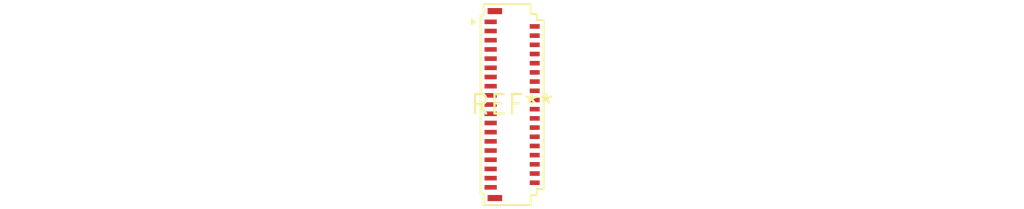
<source format=kicad_pcb>
(kicad_pcb (version 20240108) (generator pcbnew)
  (layers (0 "F.Cu" signal) (31 "B.Cu" signal) (34 "B.Paste" user) (35 "F.Paste" user) (36 "B.SilkS" user "B.Silkscreen") (37 "F.SilkS" user "F.Silkscreen") (38 "B.Mask" user) (39 "F.Mask" user) (44 "Edge.Cuts" user))
  (net 0 "")
  (footprint "Hirose_FH26-37S-0.3SHW_2Rows-37Pins-1MP_P0.60mm_Horizontal" (layer "F.Cu") (at 0 0)
    (property "Reference" "REF**")
    (property "Value" "Hirose_FH26-37S-0.3SHW_2Rows-37Pins-1MP_P0.60mm_Horizontal")
    (fp_line (start -2.622132 -5.55) (end -2.41 -5.4) (layer "F.SilkS") (stroke (width 0.12)))
    (fp_line (start -2.622132 -5.25) (end -2.622132 -5.55) (layer "F.SilkS") (stroke (width 0.12)))
    (fp_line (start -2.41 -5.4) (end -2.622132 -5.25) (layer "F.SilkS") (stroke (width 0.12)))
    (fp_line (start -2.06 -5.81) (end -2.06 0) (layer "F.SilkS") (stroke (width 0.12)))
    (fp_line (start -2.06 5.81) (end -2.06 0) (layer "F.SilkS") (stroke (width 0.12)))
    (fp_line (start -1.86 -6.56) (end -1.86 -5.81) (layer "F.SilkS") (stroke (width 0.12)))
    (fp_line (start -1.86 -5.81) (end -2.06 -5.81) (layer "F.SilkS") (stroke (width 0.12)))
    (fp_line (start -1.86 5.81) (end -2.06 5.81) (layer "F.SilkS") (stroke (width 0.12)))
    (fp_line (start -1.86 6.56) (end -1.86 5.81) (layer "F.SilkS") (stroke (width 0.12)))
    (fp_line (start 1.21 -6.56) (end -1.86 -6.56) (layer "F.SilkS") (stroke (width 0.12)))
    (fp_line (start 1.21 -5.91) (end 1.21 -6.56) (layer "F.SilkS") (stroke (width 0.12)))
    (fp_line (start 1.21 5.91) (end 1.21 6.56) (layer "F.SilkS") (stroke (width 0.12)))
    (fp_line (start 1.21 6.56) (end -1.86 6.56) (layer "F.SilkS") (stroke (width 0.12)))
    (fp_line (start 1.61 -5.91) (end 1.21 -5.91) (layer "F.SilkS") (stroke (width 0.12)))
    (fp_line (start 1.61 -5.51) (end 1.61 -5.91) (layer "F.SilkS") (stroke (width 0.12)))
    (fp_line (start 1.61 5.51) (end 1.61 5.91) (layer "F.SilkS") (stroke (width 0.12)))
    (fp_line (start 1.61 5.91) (end 1.21 5.91) (layer "F.SilkS") (stroke (width 0.12)))
    (fp_line (start 2.06 -5.51) (end 1.61 -5.51) (layer "F.SilkS") (stroke (width 0.12)))
    (fp_line (start 2.06 0) (end 2.06 -5.51) (layer "F.SilkS") (stroke (width 0.12)))
    (fp_line (start 2.06 0) (end 2.06 5.51) (layer "F.SilkS") (stroke (width 0.12)))
    (fp_line (start 2.06 5.51) (end 1.61 5.51) (layer "F.SilkS") (stroke (width 0.12)))
    (pad "1" smd rect (at -1.4 -5.4) (size 0.8 0.3) (layers "F.Cu" "F.Paste" "F.Mask"))
    (pad "2" smd rect (at 1.475 -5.1) (size 0.65 0.3) (layers "F.Cu" "F.Paste" "F.Mask"))
    (pad "3" smd rect (at -1.4 -4.8) (size 0.8 0.3) (layers "F.Cu" "F.Paste" "F.Mask"))
    (pad "4" smd rect (at 1.475 -4.5) (size 0.65 0.3) (layers "F.Cu" "F.Paste" "F.Mask"))
    (pad "5" smd rect (at -1.4 -4.2) (size 0.8 0.3) (layers "F.Cu" "F.Paste" "F.Mask"))
    (pad "6" smd rect (at 1.475 -3.9) (size 0.65 0.3) (layers "F.Cu" "F.Paste" "F.Mask"))
    (pad "7" smd rect (at -1.4 -3.6) (size 0.8 0.3) (layers "F.Cu" "F.Paste" "F.Mask"))
    (pad "8" smd rect (at 1.475 -3.3) (size 0.65 0.3) (layers "F.Cu" "F.Paste" "F.Mask"))
    (pad "9" smd rect (at -1.4 -3) (size 0.8 0.3) (layers "F.Cu" "F.Paste" "F.Mask"))
    (pad "10" smd rect (at 1.475 -2.7) (size 0.65 0.3) (layers "F.Cu" "F.Paste" "F.Mask"))
    (pad "11" smd rect (at -1.4 -2.4) (size 0.8 0.3) (layers "F.Cu" "F.Paste" "F.Mask"))
    (pad "12" smd rect (at 1.475 -2.1) (size 0.65 0.3) (layers "F.Cu" "F.Paste" "F.Mask"))
    (pad "13" smd rect (at -1.4 -1.8) (size 0.8 0.3) (layers "F.Cu" "F.Paste" "F.Mask"))
    (pad "14" smd rect (at 1.475 -1.5) (size 0.65 0.3) (layers "F.Cu" "F.Paste" "F.Mask"))
    (pad "15" smd rect (at -1.4 -1.2) (size 0.8 0.3) (layers "F.Cu" "F.Paste" "F.Mask"))
    (pad "16" smd rect (at 1.475 -0.9) (size 0.65 0.3) (layers "F.Cu" "F.Paste" "F.Mask"))
    (pad "17" smd rect (at -1.4 -0.6) (size 0.8 0.3) (layers "F.Cu" "F.Paste" "F.Mask"))
    (pad "18" smd rect (at 1.475 -0.3) (size 0.65 0.3) (layers "F.Cu" "F.Paste" "F.Mask"))
    (pad "19" smd rect (at -1.4 0) (size 0.8 0.3) (layers "F.Cu" "F.Paste" "F.Mask"))
    (pad "20" smd rect (at 1.475 0.3) (size 0.65 0.3) (layers "F.Cu" "F.Paste" "F.Mask"))
    (pad "21" smd rect (at -1.4 0.6) (size 0.8 0.3) (layers "F.Cu" "F.Paste" "F.Mask"))
    (pad "22" smd rect (at 1.475 0.9) (size 0.65 0.3) (layers "F.Cu" "F.Paste" "F.Mask"))
    (pad "23" smd rect (at -1.4 1.2) (size 0.8 0.3) (layers "F.Cu" "F.Paste" "F.Mask"))
    (pad "24" smd rect (at 1.475 1.5) (size 0.65 0.3) (layers "F.Cu" "F.Paste" "F.Mask"))
    (pad "25" smd rect (at -1.4 1.8) (size 0.8 0.3) (layers "F.Cu" "F.Paste" "F.Mask"))
    (pad "26" smd rect (at 1.475 2.1) (size 0.65 0.3) (layers "F.Cu" "F.Paste" "F.Mask"))
    (pad "27" smd rect (at -1.4 2.4) (size 0.8 0.3) (layers "F.Cu" "F.Paste" "F.Mask"))
    (pad "28" smd rect (at 1.475 2.7) (size 0.65 0.3) (layers "F.Cu" "F.Paste" "F.Mask"))
    (pad "29" smd rect (at -1.4 3) (size 0.8 0.3) (layers "F.Cu" "F.Paste" "F.Mask"))
    (pad "30" smd rect (at 1.475 3.3) (size 0.65 0.3) (layers "F.Cu" "F.Paste" "F.Mask"))
    (pad "31" smd rect (at -1.4 3.6) (size 0.8 0.3) (layers "F.Cu" "F.Paste" "F.Mask"))
    (pad "32" smd rect (at 1.475 3.9) (size 0.65 0.3) (layers "F.Cu" "F.Paste" "F.Mask"))
    (pad "33" smd rect (at -1.4 4.2) (size 0.8 0.3) (layers "F.Cu" "F.Paste" "F.Mask"))
    (pad "34" smd rect (at 1.475 4.5) (size 0.65 0.3) (layers "F.Cu" "F.Paste" "F.Mask"))
    (pad "35" smd rect (at -1.4 4.8) (size 0.8 0.3) (layers "F.Cu" "F.Paste" "F.Mask"))
    (pad "36" smd rect (at 1.475 5.1) (size 0.65 0.3) (layers "F.Cu" "F.Paste" "F.Mask"))
    (pad "37" smd rect (at -1.4 5.4) (size 0.8 0.3) (layers "F.Cu" "F.Paste" "F.Mask"))
    (pad "MP" smd rect (at -1.125 -6.1) (size 0.95 0.4) (layers "F.Cu" "F.Paste" "F.Mask"))
    (pad "MP" smd rect (at -1.125 6.1) (size 0.95 0.4) (layers "F.Cu" "F.Paste" "F.Mask"))
  )
)
</source>
